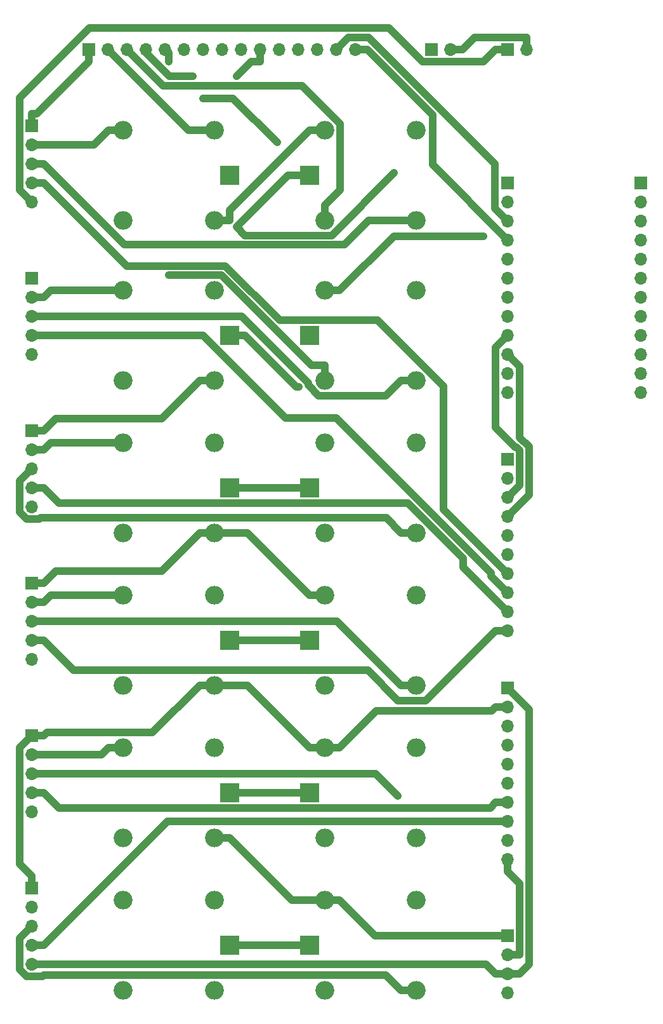
<source format=gbr>
%TF.GenerationSoftware,KiCad,Pcbnew,(6.0.9)*%
%TF.CreationDate,2023-01-05T12:03:17+01:00*%
%TF.ProjectId,BMA,424d412e-6b69-4636-9164-5f7063625858,0.1*%
%TF.SameCoordinates,Original*%
%TF.FileFunction,Copper,L2,Bot*%
%TF.FilePolarity,Positive*%
%FSLAX46Y46*%
G04 Gerber Fmt 4.6, Leading zero omitted, Abs format (unit mm)*
G04 Created by KiCad (PCBNEW (6.0.9)) date 2023-01-05 12:03:17*
%MOMM*%
%LPD*%
G01*
G04 APERTURE LIST*
%TA.AperFunction,ComponentPad*%
%ADD10R,1.700000X1.700000*%
%TD*%
%TA.AperFunction,ComponentPad*%
%ADD11O,1.700000X1.700000*%
%TD*%
%TA.AperFunction,ComponentPad*%
%ADD12R,2.500000X2.500000*%
%TD*%
%TA.AperFunction,ComponentPad*%
%ADD13O,2.500000X2.500000*%
%TD*%
%TA.AperFunction,ViaPad*%
%ADD14C,0.800000*%
%TD*%
%TA.AperFunction,Conductor*%
%ADD15C,1.000000*%
%TD*%
G04 APERTURE END LIST*
D10*
%TO.P,J7,1,Pin_1*%
%TO.N,unconnected-(J7-Pad1)*%
X147320000Y-86360000D03*
D11*
%TO.P,J7,2,Pin_2*%
%TO.N,unconnected-(J7-Pad2)*%
X147320000Y-88900000D03*
%TO.P,J7,3,Pin_3*%
%TO.N,unconnected-(J7-Pad3)*%
X147320000Y-91440000D03*
%TO.P,J7,4,Pin_4*%
%TO.N,unconnected-(J7-Pad4)*%
X147320000Y-93980000D03*
%TO.P,J7,5,Pin_5*%
%TO.N,unconnected-(J7-Pad5)*%
X147320000Y-96520000D03*
%TO.P,J7,6,Pin_6*%
%TO.N,unconnected-(J7-Pad6)*%
X147320000Y-99060000D03*
%TO.P,J7,7,Pin_7*%
%TO.N,unconnected-(J7-Pad7)*%
X147320000Y-101600000D03*
%TO.P,J7,8,Pin_8*%
%TO.N,unconnected-(J7-Pad8)*%
X147320000Y-104140000D03*
%TO.P,J7,9,Pin_9*%
%TO.N,unconnected-(J7-Pad9)*%
X147320000Y-106680000D03*
%TO.P,J7,10,Pin_10*%
%TO.N,unconnected-(J7-Pad10)*%
X147320000Y-109220000D03*
%TO.P,J7,11,Pin_11*%
%TO.N,unconnected-(J7-Pad11)*%
X147320000Y-111760000D03*
%TO.P,J7,12,Pin_12*%
%TO.N,unconnected-(J7-Pad12)*%
X147320000Y-114300000D03*
%TD*%
D10*
%TO.P,J5,1,Pin_1*%
%TO.N,Net-(J1-Pad1)*%
X66040000Y-99060000D03*
D11*
%TO.P,J5,2,Pin_2*%
%TO.N,Net-(J5-Pad2)*%
X66040000Y-101600000D03*
%TO.P,J5,3,Pin_3*%
%TO.N,Net-(J5-Pad3)*%
X66040000Y-104140000D03*
%TO.P,J5,4,Pin_4*%
%TO.N,Net-(J5-Pad4)*%
X66040000Y-106680000D03*
%TO.P,J5,5,Pin_5*%
%TO.N,Net-(J10-Pad1)*%
X66040000Y-109220000D03*
%TD*%
D12*
%TO.P,K4,1*%
%TO.N,Net-(J2-Pad1)*%
X103132500Y-106680000D03*
D13*
%TO.P,K4,2*%
%TO.N,Net-(J1-Pad5)*%
X105132500Y-112680000D03*
%TO.P,K4,3*%
%TO.N,Net-(J5-Pad3)*%
X117332500Y-112680000D03*
%TO.P,K4,4*%
%TO.N,unconnected-(K4-Pad4)*%
X117332500Y-100680000D03*
%TO.P,K4,5*%
%TO.N,Net-(J1-Pad1)*%
X105132500Y-100680000D03*
%TD*%
D10*
%TO.P,J2,1,Pin_1*%
%TO.N,Net-(J2-Pad1)*%
X119380000Y-68580000D03*
D11*
%TO.P,J2,2,Pin_2*%
%TO.N,Net-(J1-Pad1)*%
X121920000Y-68580000D03*
%TD*%
D10*
%TO.P,J11,1,Pin_1*%
%TO.N,Net-(J1-Pad1)*%
X66040000Y-139700000D03*
D11*
%TO.P,J11,2,Pin_2*%
%TO.N,Net-(J11-Pad2)*%
X66040000Y-142240000D03*
%TO.P,J11,3,Pin_3*%
%TO.N,Net-(J11-Pad3)*%
X66040000Y-144780000D03*
%TO.P,J11,4,Pin_4*%
%TO.N,Net-(J11-Pad4)*%
X66040000Y-147320000D03*
%TO.P,J11,5,Pin_5*%
%TO.N,Net-(J10-Pad1)*%
X66040000Y-149860000D03*
%TD*%
D12*
%TO.P,K11,1*%
%TO.N,Net-(J2-Pad1)*%
X92447500Y-187960000D03*
D13*
%TO.P,K11,2*%
%TO.N,Net-(J1-Pad12)*%
X90447500Y-181960000D03*
%TO.P,K11,3*%
%TO.N,Net-(J14-Pad2)*%
X78247500Y-181960000D03*
%TO.P,K11,4*%
%TO.N,unconnected-(K11-Pad4)*%
X78247500Y-193960000D03*
%TO.P,K11,5*%
%TO.N,Net-(J1-Pad1)*%
X90447500Y-193960000D03*
%TD*%
D10*
%TO.P,J4,1,Pin_1*%
%TO.N,Net-(J1-Pad1)*%
X66040000Y-78740000D03*
D11*
%TO.P,J4,2,Pin_2*%
%TO.N,Net-(J4-Pad2)*%
X66040000Y-81280000D03*
%TO.P,J4,3,Pin_3*%
%TO.N,Net-(J4-Pad3)*%
X66040000Y-83820000D03*
%TO.P,J4,4,Pin_4*%
%TO.N,Net-(J4-Pad4)*%
X66040000Y-86360000D03*
%TO.P,J4,5,Pin_5*%
%TO.N,Net-(J10-Pad1)*%
X66040000Y-88900000D03*
%TD*%
D12*
%TO.P,K12,1*%
%TO.N,Net-(J2-Pad1)*%
X103132500Y-187960000D03*
D13*
%TO.P,K12,2*%
%TO.N,Net-(J1-Pad13)*%
X105132500Y-193960000D03*
%TO.P,K12,3*%
%TO.N,Net-(J14-Pad3)*%
X117332500Y-193960000D03*
%TO.P,K12,4*%
%TO.N,unconnected-(K12-Pad4)*%
X117332500Y-181960000D03*
%TO.P,K12,5*%
%TO.N,Net-(J1-Pad1)*%
X105132500Y-181960000D03*
%TD*%
D10*
%TO.P,J8,1,Pin_1*%
%TO.N,Net-(J1-Pad1)*%
X66040000Y-119380000D03*
D11*
%TO.P,J8,2,Pin_2*%
%TO.N,Net-(J8-Pad2)*%
X66040000Y-121920000D03*
%TO.P,J8,3,Pin_3*%
%TO.N,Net-(J8-Pad3)*%
X66040000Y-124460000D03*
%TO.P,J8,4,Pin_4*%
%TO.N,Net-(J8-Pad4)*%
X66040000Y-127000000D03*
%TO.P,J8,5,Pin_5*%
%TO.N,Net-(J10-Pad1)*%
X66040000Y-129540000D03*
%TD*%
D10*
%TO.P,J6,1,Pin_1*%
%TO.N,Net-(J10-Pad1)*%
X129540000Y-86360000D03*
D11*
%TO.P,J6,2,Pin_2*%
%TO.N,Net-(J1-Pad1)*%
X129540000Y-88900000D03*
%TO.P,J6,3,Pin_3*%
%TO.N,Net-(J1-Pad14)*%
X129540000Y-91440000D03*
%TO.P,J6,4,Pin_4*%
%TO.N,Net-(J1-Pad15)*%
X129540000Y-93980000D03*
%TO.P,J6,5,Pin_5*%
%TO.N,unconnected-(J6-Pad5)*%
X129540000Y-96520000D03*
%TO.P,J6,6,Pin_6*%
%TO.N,unconnected-(J6-Pad6)*%
X129540000Y-99060000D03*
%TO.P,J6,7,Pin_7*%
%TO.N,unconnected-(J6-Pad7)*%
X129540000Y-101600000D03*
%TO.P,J6,8,Pin_8*%
%TO.N,unconnected-(J6-Pad8)*%
X129540000Y-104140000D03*
%TO.P,J6,9,Pin_9*%
%TO.N,Net-(J6-Pad9)*%
X129540000Y-106680000D03*
%TO.P,J6,10,Pin_10*%
%TO.N,Net-(J6-Pad10)*%
X129540000Y-109220000D03*
%TO.P,J6,11,Pin_11*%
%TO.N,Net-(J10-Pad3)*%
X129540000Y-111760000D03*
%TO.P,J6,12,Pin_12*%
%TO.N,Net-(J10-Pad4)*%
X129540000Y-114300000D03*
%TD*%
D12*
%TO.P,K1,1*%
%TO.N,Net-(J2-Pad1)*%
X92447500Y-85352500D03*
D13*
%TO.P,K1,2*%
%TO.N,Net-(J1-Pad2)*%
X90447500Y-79352500D03*
%TO.P,K1,3*%
%TO.N,Net-(J4-Pad2)*%
X78247500Y-79352500D03*
%TO.P,K1,4*%
%TO.N,unconnected-(K1-Pad4)*%
X78247500Y-91352500D03*
%TO.P,K1,5*%
%TO.N,Net-(J1-Pad1)*%
X90447500Y-91352500D03*
%TD*%
D12*
%TO.P,K3,1*%
%TO.N,Net-(J2-Pad1)*%
X92447500Y-106680000D03*
D13*
%TO.P,K3,2*%
%TO.N,Net-(J1-Pad4)*%
X90447500Y-100680000D03*
%TO.P,K3,3*%
%TO.N,Net-(J5-Pad2)*%
X78247500Y-100680000D03*
%TO.P,K3,4*%
%TO.N,unconnected-(K3-Pad4)*%
X78247500Y-112680000D03*
%TO.P,K3,5*%
%TO.N,Net-(J1-Pad1)*%
X90447500Y-112680000D03*
%TD*%
D12*
%TO.P,K9,1*%
%TO.N,Net-(J2-Pad1)*%
X92447500Y-167640000D03*
D13*
%TO.P,K9,2*%
%TO.N,Net-(J1-Pad10)*%
X90447500Y-161640000D03*
%TO.P,K9,3*%
%TO.N,Net-(J13-Pad2)*%
X78247500Y-161640000D03*
%TO.P,K9,4*%
%TO.N,unconnected-(K9-Pad4)*%
X78247500Y-173640000D03*
%TO.P,K9,5*%
%TO.N,Net-(J1-Pad1)*%
X90447500Y-173640000D03*
%TD*%
D10*
%TO.P,J12,1,Pin_1*%
%TO.N,Net-(J1-Pad1)*%
X129540000Y-186700000D03*
D11*
%TO.P,J12,2,Pin_2*%
%TO.N,Net-(J10-Pad10)*%
X129540000Y-189240000D03*
%TO.P,J12,3,Pin_3*%
%TO.N,Net-(J10-Pad1)*%
X129540000Y-191780000D03*
%TO.P,J12,4,Pin_4*%
%TO.N,unconnected-(J12-Pad4)*%
X129540000Y-194320000D03*
%TD*%
D12*
%TO.P,K6,1*%
%TO.N,Net-(J2-Pad1)*%
X103132500Y-127000000D03*
D13*
%TO.P,K6,2*%
%TO.N,Net-(J1-Pad7)*%
X105132500Y-133000000D03*
%TO.P,K6,3*%
%TO.N,Net-(J8-Pad3)*%
X117332500Y-133000000D03*
%TO.P,K6,4*%
%TO.N,unconnected-(K6-Pad4)*%
X117332500Y-121000000D03*
%TO.P,K6,5*%
%TO.N,Net-(J1-Pad1)*%
X105132500Y-121000000D03*
%TD*%
D10*
%TO.P,J9,1,Pin_1*%
%TO.N,Net-(J10-Pad1)*%
X129540000Y-123195000D03*
D11*
%TO.P,J9,2,Pin_2*%
%TO.N,Net-(J1-Pad1)*%
X129540000Y-125735000D03*
%TO.P,J9,3,Pin_3*%
%TO.N,Net-(J6-Pad9)*%
X129540000Y-128275000D03*
%TO.P,J9,4,Pin_4*%
%TO.N,Net-(J6-Pad10)*%
X129540000Y-130815000D03*
%TO.P,J9,5,Pin_5*%
%TO.N,unconnected-(J9-Pad5)*%
X129540000Y-133355000D03*
%TO.P,J9,6,Pin_6*%
%TO.N,unconnected-(J9-Pad6)*%
X129540000Y-135895000D03*
%TO.P,J9,7,Pin_7*%
%TO.N,Net-(J4-Pad4)*%
X129540000Y-138435000D03*
%TO.P,J9,8,Pin_8*%
%TO.N,Net-(J5-Pad4)*%
X129540000Y-140975000D03*
%TO.P,J9,9,Pin_9*%
%TO.N,Net-(J8-Pad4)*%
X129540000Y-143515000D03*
%TO.P,J9,10,Pin_10*%
%TO.N,Net-(J11-Pad4)*%
X129540000Y-146055000D03*
%TD*%
D12*
%TO.P,K7,1*%
%TO.N,Net-(J2-Pad1)*%
X92447500Y-147320000D03*
D13*
%TO.P,K7,2*%
%TO.N,Net-(J1-Pad8)*%
X90447500Y-141320000D03*
%TO.P,K7,3*%
%TO.N,Net-(J11-Pad2)*%
X78247500Y-141320000D03*
%TO.P,K7,4*%
%TO.N,unconnected-(K7-Pad4)*%
X78247500Y-153320000D03*
%TO.P,K7,5*%
%TO.N,Net-(J1-Pad1)*%
X90447500Y-153320000D03*
%TD*%
D10*
%TO.P,J13,1,Pin_1*%
%TO.N,Net-(J1-Pad1)*%
X66040000Y-160020000D03*
D11*
%TO.P,J13,2,Pin_2*%
%TO.N,Net-(J13-Pad2)*%
X66040000Y-162560000D03*
%TO.P,J13,3,Pin_3*%
%TO.N,Net-(J13-Pad3)*%
X66040000Y-165100000D03*
%TO.P,J13,4,Pin_4*%
%TO.N,Net-(J10-Pad7)*%
X66040000Y-167640000D03*
%TO.P,J13,5,Pin_5*%
%TO.N,Net-(J10-Pad1)*%
X66040000Y-170180000D03*
%TD*%
D10*
%TO.P,J14,1,Pin_1*%
%TO.N,Net-(J1-Pad1)*%
X66040000Y-180340000D03*
D11*
%TO.P,J14,2,Pin_2*%
%TO.N,Net-(J14-Pad2)*%
X66040000Y-182880000D03*
%TO.P,J14,3,Pin_3*%
%TO.N,Net-(J14-Pad3)*%
X66040000Y-185420000D03*
%TO.P,J14,4,Pin_4*%
%TO.N,Net-(J10-Pad8)*%
X66040000Y-187960000D03*
%TO.P,J14,5,Pin_5*%
%TO.N,Net-(J10-Pad1)*%
X66040000Y-190500000D03*
%TD*%
D10*
%TO.P,J1,1,Pin_1*%
%TO.N,Net-(J1-Pad1)*%
X73660000Y-68580000D03*
D11*
%TO.P,J1,2,Pin_2*%
%TO.N,Net-(J1-Pad2)*%
X76200000Y-68580000D03*
%TO.P,J1,3,Pin_3*%
%TO.N,Net-(J1-Pad3)*%
X78740000Y-68580000D03*
%TO.P,J1,4,Pin_4*%
%TO.N,Net-(J1-Pad4)*%
X81280000Y-68580000D03*
%TO.P,J1,5,Pin_5*%
%TO.N,Net-(J1-Pad5)*%
X83820000Y-68580000D03*
%TO.P,J1,6,Pin_6*%
%TO.N,Net-(J1-Pad6)*%
X86360000Y-68580000D03*
%TO.P,J1,7,Pin_7*%
%TO.N,Net-(J1-Pad7)*%
X88900000Y-68580000D03*
%TO.P,J1,8,Pin_8*%
%TO.N,Net-(J1-Pad8)*%
X91440000Y-68580000D03*
%TO.P,J1,9,Pin_9*%
%TO.N,Net-(J1-Pad9)*%
X93980000Y-68580000D03*
%TO.P,J1,10,Pin_10*%
%TO.N,Net-(J1-Pad10)*%
X96520000Y-68580000D03*
%TO.P,J1,11,Pin_11*%
%TO.N,Net-(J1-Pad11)*%
X99060000Y-68580000D03*
%TO.P,J1,12,Pin_12*%
%TO.N,Net-(J1-Pad12)*%
X101600000Y-68580000D03*
%TO.P,J1,13,Pin_13*%
%TO.N,Net-(J1-Pad13)*%
X104140000Y-68580000D03*
%TO.P,J1,14,Pin_14*%
%TO.N,Net-(J1-Pad14)*%
X106680000Y-68580000D03*
%TO.P,J1,15,Pin_15*%
%TO.N,Net-(J1-Pad15)*%
X109220000Y-68580000D03*
%TD*%
D12*
%TO.P,K10,1*%
%TO.N,Net-(J2-Pad1)*%
X103132500Y-167640000D03*
D13*
%TO.P,K10,2*%
%TO.N,Net-(J1-Pad11)*%
X105132500Y-173640000D03*
%TO.P,K10,3*%
%TO.N,Net-(J13-Pad3)*%
X117332500Y-173640000D03*
%TO.P,K10,4*%
%TO.N,unconnected-(K10-Pad4)*%
X117332500Y-161640000D03*
%TO.P,K10,5*%
%TO.N,Net-(J1-Pad1)*%
X105132500Y-161640000D03*
%TD*%
D10*
%TO.P,J3,1,Pin_1*%
%TO.N,Net-(J10-Pad1)*%
X129540000Y-68580000D03*
D11*
%TO.P,J3,2,Pin_2*%
%TO.N,Net-(J1-Pad1)*%
X132080000Y-68580000D03*
%TD*%
D10*
%TO.P,J10,1,Pin_1*%
%TO.N,Net-(J10-Pad1)*%
X129540000Y-153675000D03*
D11*
%TO.P,J10,2,Pin_2*%
%TO.N,Net-(J1-Pad1)*%
X129540000Y-156215000D03*
%TO.P,J10,3,Pin_3*%
%TO.N,Net-(J10-Pad3)*%
X129540000Y-158755000D03*
%TO.P,J10,4,Pin_4*%
%TO.N,Net-(J10-Pad4)*%
X129540000Y-161295000D03*
%TO.P,J10,5,Pin_5*%
%TO.N,unconnected-(J10-Pad5)*%
X129540000Y-163835000D03*
%TO.P,J10,6,Pin_6*%
%TO.N,unconnected-(J10-Pad6)*%
X129540000Y-166375000D03*
%TO.P,J10,7,Pin_7*%
%TO.N,Net-(J10-Pad7)*%
X129540000Y-168915000D03*
%TO.P,J10,8,Pin_8*%
%TO.N,Net-(J10-Pad8)*%
X129540000Y-171455000D03*
%TO.P,J10,9,Pin_9*%
%TO.N,unconnected-(J10-Pad9)*%
X129540000Y-173995000D03*
%TO.P,J10,10,Pin_10*%
%TO.N,Net-(J10-Pad10)*%
X129540000Y-176535000D03*
%TD*%
D12*
%TO.P,K5,1*%
%TO.N,Net-(J2-Pad1)*%
X92447500Y-127000000D03*
D13*
%TO.P,K5,2*%
%TO.N,Net-(J1-Pad6)*%
X90447500Y-121000000D03*
%TO.P,K5,3*%
%TO.N,Net-(J8-Pad2)*%
X78247500Y-121000000D03*
%TO.P,K5,4*%
%TO.N,unconnected-(K5-Pad4)*%
X78247500Y-133000000D03*
%TO.P,K5,5*%
%TO.N,Net-(J1-Pad1)*%
X90447500Y-133000000D03*
%TD*%
D12*
%TO.P,K2,1*%
%TO.N,Net-(J2-Pad1)*%
X103132500Y-85352500D03*
D13*
%TO.P,K2,2*%
%TO.N,Net-(J1-Pad3)*%
X105132500Y-91352500D03*
%TO.P,K2,3*%
%TO.N,Net-(J4-Pad3)*%
X117332500Y-91352500D03*
%TO.P,K2,4*%
%TO.N,unconnected-(K2-Pad4)*%
X117332500Y-79352500D03*
%TO.P,K2,5*%
%TO.N,Net-(J1-Pad1)*%
X105132500Y-79352500D03*
%TD*%
D12*
%TO.P,K8,1*%
%TO.N,Net-(J2-Pad1)*%
X103132500Y-147320000D03*
D13*
%TO.P,K8,2*%
%TO.N,Net-(J1-Pad9)*%
X105132500Y-153320000D03*
%TO.P,K8,3*%
%TO.N,Net-(J11-Pad3)*%
X117332500Y-153320000D03*
%TO.P,K8,4*%
%TO.N,unconnected-(K8-Pad4)*%
X117332500Y-141320000D03*
%TO.P,K8,5*%
%TO.N,Net-(J1-Pad1)*%
X105132500Y-141320000D03*
%TD*%
D14*
%TO.N,Net-(J13-Pad3)*%
X114909900Y-168079400D03*
%TO.N,Net-(J2-Pad1)*%
X93340900Y-92227100D03*
X114369900Y-85043600D03*
X101683800Y-113539300D03*
%TO.N,Net-(J1-Pad10)*%
X93378600Y-72121800D03*
%TO.N,Net-(J1-Pad7)*%
X88900000Y-75059900D03*
X98806900Y-80974600D03*
%TO.N,Net-(J1-Pad5)*%
X84275900Y-70221500D03*
X84275900Y-98679900D03*
%TO.N,Net-(J1-Pad4)*%
X87544800Y-72121800D03*
%TO.N,Net-(J1-Pad1)*%
X126279500Y-93462700D03*
%TD*%
D15*
%TO.N,Net-(J1-Pad14)*%
X127828300Y-89728300D02*
X129540000Y-91440000D01*
X127828300Y-83820100D02*
X127828300Y-89728300D01*
X110987900Y-66979700D02*
X127828300Y-83820100D01*
X108280300Y-66979700D02*
X110987900Y-66979700D01*
X106680000Y-68580000D02*
X108280300Y-66979700D01*
%TO.N,Net-(J1-Pad15)*%
X109220000Y-68580000D02*
X110820100Y-68580000D01*
X119502000Y-77261900D02*
X110820100Y-68580000D01*
X119502000Y-83942000D02*
X119502000Y-77261900D01*
X129540000Y-93980000D02*
X119502000Y-83942000D01*
%TO.N,Net-(J6-Pad10)*%
X131151000Y-110831000D02*
X129540000Y-109220000D01*
X131151000Y-120277400D02*
X131151000Y-110831000D01*
X131151100Y-120277400D02*
X131151000Y-120277400D01*
X132401100Y-121527400D02*
X131151100Y-120277400D01*
X132401100Y-127953900D02*
X132401100Y-121527400D01*
X129540000Y-130815000D02*
X132401100Y-127953900D01*
%TO.N,Net-(J14-Pad3)*%
X117332500Y-193960000D02*
X115332400Y-193960000D01*
X113299700Y-191927300D02*
X115332400Y-193960000D01*
X67672700Y-191927300D02*
X113299700Y-191927300D01*
X67449500Y-192150500D02*
X67672700Y-191927300D01*
X65364500Y-192150500D02*
X67449500Y-192150500D01*
X64404800Y-191190800D02*
X65364500Y-192150500D01*
X64404800Y-187055200D02*
X64404800Y-191190800D01*
X66040000Y-185420000D02*
X64404800Y-187055200D01*
%TO.N,Net-(J13-Pad2)*%
X75327400Y-162560000D02*
X76247400Y-161640000D01*
X66040000Y-162560000D02*
X75327400Y-162560000D01*
X78247500Y-161640000D02*
X76247400Y-161640000D01*
%TO.N,Net-(J11-Pad3)*%
X106792400Y-144780000D02*
X66040000Y-144780000D01*
X115332400Y-153320000D02*
X106792400Y-144780000D01*
X117332500Y-153320000D02*
X115332400Y-153320000D01*
%TO.N,Net-(J11-Pad2)*%
X68560100Y-141320000D02*
X67640100Y-142240000D01*
X78247500Y-141320000D02*
X68560100Y-141320000D01*
X66040000Y-142240000D02*
X67640100Y-142240000D01*
%TO.N,Net-(J10-Pad10)*%
X131140100Y-179735200D02*
X131140100Y-189240000D01*
X129540000Y-178135100D02*
X131140100Y-179735200D01*
X129540000Y-176535000D02*
X129540000Y-178135100D01*
X129540000Y-189240000D02*
X131140100Y-189240000D01*
%TO.N,Net-(J10-Pad8)*%
X84145100Y-171455000D02*
X67640100Y-187960000D01*
X127939900Y-171455000D02*
X84145100Y-171455000D01*
X129540000Y-171455000D02*
X127939900Y-171455000D01*
X66040000Y-187960000D02*
X67640100Y-187960000D01*
%TO.N,Net-(J11-Pad4)*%
X71639900Y-151319800D02*
X67640100Y-147320000D01*
X110863600Y-151319800D02*
X71639900Y-151319800D01*
X114899400Y-155355600D02*
X110863600Y-151319800D01*
X118639300Y-155355600D02*
X114899400Y-155355600D01*
X127939900Y-146055000D02*
X118639300Y-155355600D01*
X129540000Y-146055000D02*
X127939900Y-146055000D01*
X66040000Y-147320000D02*
X67640100Y-147320000D01*
%TO.N,Net-(J5-Pad4)*%
X127310500Y-138745500D02*
X129540000Y-140975000D01*
X127310500Y-138327000D02*
X127310500Y-138745500D01*
X106707900Y-117724400D02*
X127310500Y-138327000D01*
X99912300Y-117724400D02*
X106707900Y-117724400D01*
X88867900Y-106680000D02*
X99912300Y-117724400D01*
X66040000Y-106680000D02*
X88867900Y-106680000D01*
%TO.N,Net-(J5-Pad3)*%
X117332500Y-112680000D02*
X115332400Y-112680000D01*
X94052500Y-104140000D02*
X66040000Y-104140000D01*
X102933900Y-113021400D02*
X94052500Y-104140000D01*
X102933900Y-113327100D02*
X102933900Y-113021400D01*
X104333000Y-114726200D02*
X102933900Y-113327100D01*
X113286200Y-114726200D02*
X104333000Y-114726200D01*
X115332400Y-112680000D02*
X113286200Y-114726200D01*
%TO.N,Net-(J5-Pad2)*%
X68560100Y-100680000D02*
X67640100Y-101600000D01*
X78247500Y-100680000D02*
X68560100Y-100680000D01*
X66040000Y-101600000D02*
X67640100Y-101600000D01*
%TO.N,Net-(J4-Pad4)*%
X66040000Y-86360000D02*
X67640100Y-86360000D01*
X78709800Y-97429700D02*
X67640100Y-86360000D01*
X91867700Y-97429700D02*
X78709800Y-97429700D01*
X99117800Y-104679800D02*
X91867700Y-97429700D01*
X112215000Y-104679800D02*
X99117800Y-104679800D01*
X120966600Y-113431400D02*
X112215000Y-104679800D01*
X120966600Y-129861600D02*
X120966600Y-113431400D01*
X129540000Y-138435000D02*
X120966600Y-129861600D01*
%TO.N,Net-(J4-Pad3)*%
X117332500Y-91352500D02*
X115332400Y-91352500D01*
X66040000Y-83820000D02*
X67640100Y-83820000D01*
X110996700Y-91352500D02*
X115332400Y-91352500D01*
X107738000Y-94611200D02*
X110996700Y-91352500D01*
X78431300Y-94611200D02*
X107738000Y-94611200D01*
X67640100Y-83820000D02*
X78431300Y-94611200D01*
%TO.N,Net-(J4-Pad2)*%
X74319900Y-81280000D02*
X66040000Y-81280000D01*
X76247400Y-79352500D02*
X74319900Y-81280000D01*
X78247500Y-79352500D02*
X76247400Y-79352500D01*
%TO.N,Net-(J10-Pad7)*%
X69640300Y-169640200D02*
X67640100Y-167640000D01*
X127214700Y-169640200D02*
X69640300Y-169640200D01*
X127939900Y-168915000D02*
X127214700Y-169640200D01*
X129540000Y-168915000D02*
X127939900Y-168915000D01*
X66040000Y-167640000D02*
X67640100Y-167640000D01*
%TO.N,Net-(J6-Pad9)*%
X127923700Y-108296300D02*
X129540000Y-106680000D01*
X127923700Y-118937800D02*
X127923700Y-108296300D01*
X130580800Y-121594900D02*
X127923700Y-118937800D01*
X130700700Y-121594900D02*
X130580800Y-121594900D01*
X131140100Y-122034300D02*
X130700700Y-121594900D01*
X131140100Y-126674900D02*
X131140100Y-122034300D01*
X129540000Y-128275000D02*
X131140100Y-126674900D01*
%TO.N,Net-(J13-Pad3)*%
X111930500Y-165100000D02*
X114909900Y-168079400D01*
X66040000Y-165100000D02*
X111930500Y-165100000D01*
%TO.N,Net-(J10-Pad1)*%
X132425400Y-190494700D02*
X131140100Y-191780000D01*
X132425400Y-156560400D02*
X132425400Y-190494700D01*
X129540000Y-153675000D02*
X132425400Y-156560400D01*
X130120600Y-191780000D02*
X131140100Y-191780000D01*
X130120600Y-191780000D02*
X129540000Y-191780000D01*
X126659900Y-190500000D02*
X66040000Y-190500000D01*
X127939900Y-191780000D02*
X126659900Y-190500000D01*
X129540000Y-191780000D02*
X127939900Y-191780000D01*
X64407600Y-87267600D02*
X66040000Y-88900000D01*
X64407600Y-75004500D02*
X64407600Y-87267600D01*
X73733200Y-65678900D02*
X64407600Y-75004500D01*
X113714400Y-65678900D02*
X73733200Y-65678900D01*
X118215700Y-70180200D02*
X113714400Y-65678900D01*
X126339700Y-70180200D02*
X118215700Y-70180200D01*
X127939900Y-68580000D02*
X126339700Y-70180200D01*
X129540000Y-68580000D02*
X127939900Y-68580000D01*
%TO.N,Net-(J8-Pad4)*%
X66040000Y-127000000D02*
X67640100Y-127000000D01*
X123575700Y-137550700D02*
X129540000Y-143515000D01*
X123575700Y-136376200D02*
X123575700Y-137550700D01*
X116217500Y-129018000D02*
X123575700Y-136376200D01*
X69658100Y-129018000D02*
X116217500Y-129018000D01*
X67640100Y-127000000D02*
X69658100Y-129018000D01*
%TO.N,Net-(J8-Pad3)*%
X64404000Y-126096000D02*
X66040000Y-124460000D01*
X64404000Y-130219900D02*
X64404000Y-126096000D01*
X65345600Y-131161500D02*
X64404000Y-130219900D01*
X67057900Y-131161500D02*
X65345600Y-131161500D01*
X67219500Y-130999900D02*
X67057900Y-131161500D01*
X113332300Y-130999900D02*
X67219500Y-130999900D01*
X115332400Y-133000000D02*
X113332300Y-130999900D01*
X117332500Y-133000000D02*
X115332400Y-133000000D01*
%TO.N,Net-(J8-Pad2)*%
X68560100Y-121000000D02*
X67640100Y-121920000D01*
X78247500Y-121000000D02*
X68560100Y-121000000D01*
X66040000Y-121920000D02*
X67640100Y-121920000D01*
%TO.N,Net-(J2-Pad1)*%
X103132500Y-147320000D02*
X92447500Y-147320000D01*
X103132500Y-167640000D02*
X92447500Y-167640000D01*
X103132500Y-127000000D02*
X92447500Y-127000000D01*
X100215500Y-85352500D02*
X93340900Y-92227100D01*
X103132500Y-85352500D02*
X100215500Y-85352500D01*
X103132500Y-187960000D02*
X92447500Y-187960000D01*
X94471600Y-93357800D02*
X93340900Y-92227100D01*
X106055700Y-93357800D02*
X94471600Y-93357800D01*
X114369900Y-85043600D02*
X106055700Y-93357800D01*
X101306900Y-113539300D02*
X94447600Y-106680000D01*
X101683800Y-113539300D02*
X101306900Y-113539300D01*
X92447500Y-106680000D02*
X94447600Y-106680000D01*
%TO.N,Net-(J1-Pad10)*%
X95320300Y-70180100D02*
X93378600Y-72121800D01*
X96520000Y-70180100D02*
X95320300Y-70180100D01*
X96520000Y-68580000D02*
X96520000Y-70180100D01*
%TO.N,Net-(J1-Pad7)*%
X92892200Y-75059900D02*
X88900000Y-75059900D01*
X98806900Y-80974600D02*
X92892200Y-75059900D01*
%TO.N,Net-(J1-Pad5)*%
X84275900Y-69035900D02*
X84275900Y-70221500D01*
X83820000Y-68580000D02*
X84275900Y-69035900D01*
X105132500Y-112680000D02*
X105132500Y-110679900D01*
X91350000Y-98679900D02*
X84275900Y-98679900D01*
X103350000Y-110679900D02*
X91350000Y-98679900D01*
X105132500Y-110679900D02*
X103350000Y-110679900D01*
%TO.N,Net-(J1-Pad4)*%
X84408300Y-72121800D02*
X87544800Y-72121800D01*
X81280000Y-68993500D02*
X84408300Y-72121800D01*
X81280000Y-68580000D02*
X81280000Y-68993500D01*
%TO.N,Net-(J1-Pad3)*%
X105132500Y-91352500D02*
X105132500Y-89352400D01*
X83573300Y-73413300D02*
X78740000Y-68580000D01*
X102072800Y-73413300D02*
X83573300Y-73413300D01*
X107173800Y-78514300D02*
X102072800Y-73413300D01*
X107173800Y-87311100D02*
X107173800Y-78514300D01*
X105132500Y-89352400D02*
X107173800Y-87311100D01*
%TO.N,Net-(J1-Pad2)*%
X86972500Y-79352500D02*
X90447500Y-79352500D01*
X76200000Y-68580000D02*
X86972500Y-79352500D01*
%TO.N,Net-(J1-Pad1)*%
X105132500Y-141320000D02*
X103132400Y-141320000D01*
X92447600Y-90037300D02*
X92447600Y-91352500D01*
X103132400Y-79352500D02*
X92447600Y-90037300D01*
X105132500Y-79352500D02*
X103132400Y-79352500D01*
X90447500Y-91352500D02*
X92447600Y-91352500D01*
X125120200Y-66979900D02*
X123520100Y-68580000D01*
X132080000Y-66979900D02*
X125120200Y-66979900D01*
X132080000Y-68580000D02*
X132080000Y-66979900D01*
X121920000Y-68580000D02*
X123520100Y-68580000D01*
X106132600Y-161640000D02*
X105132500Y-161640000D01*
X106132600Y-161640000D02*
X107132600Y-161640000D01*
X94812400Y-153320000D02*
X90447500Y-153320000D01*
X103132400Y-161640000D02*
X94812400Y-153320000D01*
X105132500Y-161640000D02*
X103132400Y-161640000D01*
X66700200Y-77139900D02*
X66040000Y-77139900D01*
X73660000Y-70180100D02*
X66700200Y-77139900D01*
X73660000Y-68580000D02*
X73660000Y-70180100D01*
X66040000Y-78740000D02*
X66040000Y-77139900D01*
X66040000Y-180340000D02*
X66040000Y-178739900D01*
X64407600Y-161652400D02*
X66040000Y-160020000D01*
X64407600Y-177107500D02*
X64407600Y-161652400D01*
X66040000Y-178739900D02*
X64407600Y-177107500D01*
X82127600Y-159639800D02*
X88447400Y-153320000D01*
X68020300Y-159639800D02*
X82127600Y-159639800D01*
X67640100Y-160020000D02*
X68020300Y-159639800D01*
X66040000Y-160020000D02*
X67640100Y-160020000D01*
X90447500Y-153320000D02*
X88447400Y-153320000D01*
X127422100Y-156732800D02*
X127939900Y-156215000D01*
X112039800Y-156732800D02*
X127422100Y-156732800D01*
X107132600Y-161640000D02*
X112039800Y-156732800D01*
X129540000Y-156215000D02*
X127939900Y-156215000D01*
X94812400Y-133000000D02*
X103132400Y-141320000D01*
X90447500Y-133000000D02*
X94812400Y-133000000D01*
X111872600Y-186700000D02*
X107132600Y-181960000D01*
X129540000Y-186700000D02*
X111872600Y-186700000D01*
X105132500Y-181960000D02*
X107132600Y-181960000D01*
X100767600Y-181960000D02*
X105132500Y-181960000D01*
X92447600Y-173640000D02*
X100767600Y-181960000D01*
X90447500Y-173640000D02*
X92447600Y-173640000D01*
X83347500Y-117779900D02*
X88447400Y-112680000D01*
X69240200Y-117779900D02*
X83347500Y-117779900D01*
X67640100Y-119380000D02*
X69240200Y-117779900D01*
X66040000Y-119380000D02*
X67640100Y-119380000D01*
X90447500Y-112680000D02*
X88447400Y-112680000D01*
X83347500Y-138099900D02*
X88447400Y-133000000D01*
X69240200Y-138099900D02*
X83347500Y-138099900D01*
X67640100Y-139700000D02*
X69240200Y-138099900D01*
X66040000Y-139700000D02*
X67640100Y-139700000D01*
X90447500Y-133000000D02*
X88447400Y-133000000D01*
X114349900Y-93462700D02*
X107132600Y-100680000D01*
X126279500Y-93462700D02*
X114349900Y-93462700D01*
X105132500Y-100680000D02*
X107132600Y-100680000D01*
%TD*%
M02*

</source>
